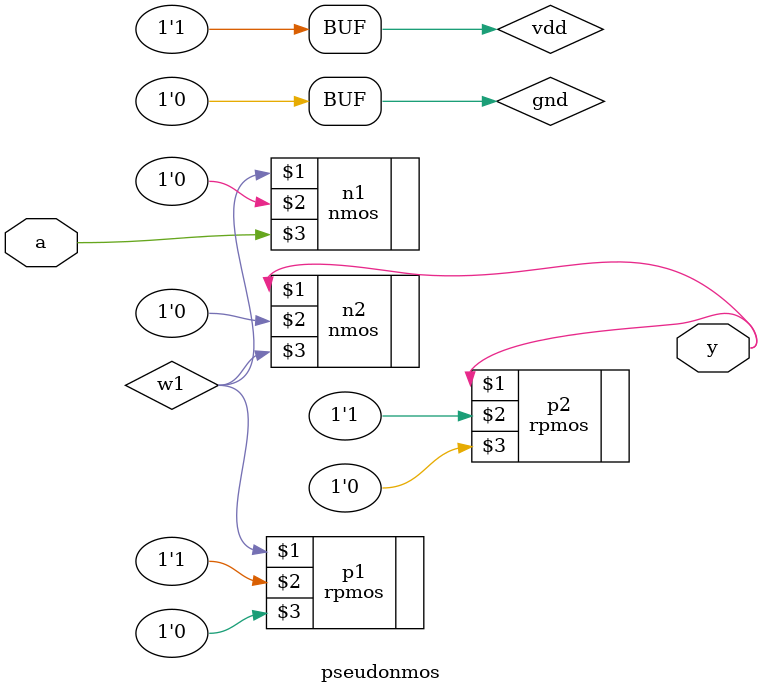
<source format=v>
`timescale 1ns / 1ps


module pseudonmos(
    input a,
    output y
    );
    supply1 vdd;
    supply0 gnd;
    wire w1;
    rpmos p1 (w1,vdd,gnd);
    nmos n1 (w1,gnd,a);
    rpmos p2 (y,vdd,gnd);
    nmos n2 (y,gnd,w1);
    
endmodule

</source>
